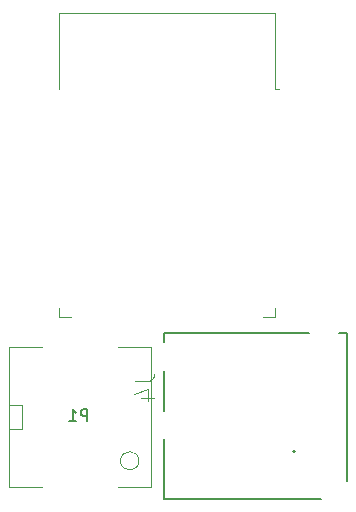
<source format=gbr>
%TF.GenerationSoftware,KiCad,Pcbnew,(6.0.1)*%
%TF.CreationDate,2022-09-11T15:04:47+02:00*%
%TF.ProjectId,trick-tracker,74726963-6b2d-4747-9261-636b65722e6b,rev?*%
%TF.SameCoordinates,Original*%
%TF.FileFunction,Legend,Bot*%
%TF.FilePolarity,Positive*%
%FSLAX46Y46*%
G04 Gerber Fmt 4.6, Leading zero omitted, Abs format (unit mm)*
G04 Created by KiCad (PCBNEW (6.0.1)) date 2022-09-11 15:04:47*
%MOMM*%
%LPD*%
G01*
G04 APERTURE LIST*
%ADD10C,0.015000*%
%ADD11C,0.150000*%
%ADD12C,0.200000*%
%ADD13C,0.120000*%
G04 APERTURE END LIST*
D10*
%TO.C,J4*%
X142837275Y-120489048D02*
X143980751Y-120489048D01*
X144209446Y-120412816D01*
X144361909Y-120260352D01*
X144438141Y-120031657D01*
X144438141Y-119879194D01*
X143370897Y-121937450D02*
X144438141Y-121937450D01*
X142761043Y-121556292D02*
X143904519Y-121175133D01*
X143904519Y-122166145D01*
D11*
%TO.C,P1*%
X138787095Y-123896380D02*
X138787095Y-122896380D01*
X138406142Y-122896380D01*
X138310904Y-122944000D01*
X138263285Y-122991619D01*
X138215666Y-123086857D01*
X138215666Y-123229714D01*
X138263285Y-123324952D01*
X138310904Y-123372571D01*
X138406142Y-123420190D01*
X138787095Y-123420190D01*
X137263285Y-123896380D02*
X137834714Y-123896380D01*
X137549000Y-123896380D02*
X137549000Y-122896380D01*
X137644238Y-123039238D01*
X137739476Y-123134476D01*
X137834714Y-123182095D01*
D12*
%TO.C,J4*%
X145310000Y-116444000D02*
X145310000Y-117170200D01*
X158585000Y-130444000D02*
X145310000Y-130444000D01*
X160760000Y-116444000D02*
X160085000Y-116444000D01*
X160760000Y-116444000D02*
X160760000Y-128994000D01*
X157585000Y-116444000D02*
X145310000Y-116444000D01*
X145310000Y-125425200D02*
X145310000Y-130444000D01*
X145310000Y-119634000D02*
X145310000Y-122986800D01*
X156385000Y-126444000D02*
G75*
G03*
X156385000Y-126444000I-100000J0D01*
G01*
D13*
%TO.C,P1*%
X133276000Y-124544000D02*
X133276000Y-122544000D01*
X132176000Y-124544000D02*
X133276000Y-124544000D01*
X144176000Y-129444000D02*
X144176000Y-117644000D01*
X132176000Y-117644000D02*
X134976000Y-117644000D01*
X134976000Y-129444000D02*
X132176000Y-129444000D01*
X141376000Y-129444000D02*
X144176000Y-129444000D01*
X133276000Y-122544000D02*
X132176000Y-122544000D01*
X132176000Y-129444000D02*
X132176000Y-117644000D01*
X144176000Y-117644000D02*
X141376000Y-117644000D01*
X143157025Y-127244000D02*
G75*
G03*
X143157025Y-127244000I-781025J0D01*
G01*
%TO.C,U3*%
X154662000Y-115079000D02*
X153662000Y-115079000D01*
X154662000Y-95754000D02*
X155042000Y-95754000D01*
X154662000Y-89334000D02*
X136422000Y-89334000D01*
X154662000Y-89334000D02*
X154662000Y-95754000D01*
X136422000Y-114299000D02*
X136422000Y-115079000D01*
X154662000Y-114299000D02*
X154662000Y-115079000D01*
X136422000Y-115079000D02*
X137422000Y-115079000D01*
X136422000Y-89334000D02*
X136422000Y-95754000D01*
%TD*%
M02*

</source>
